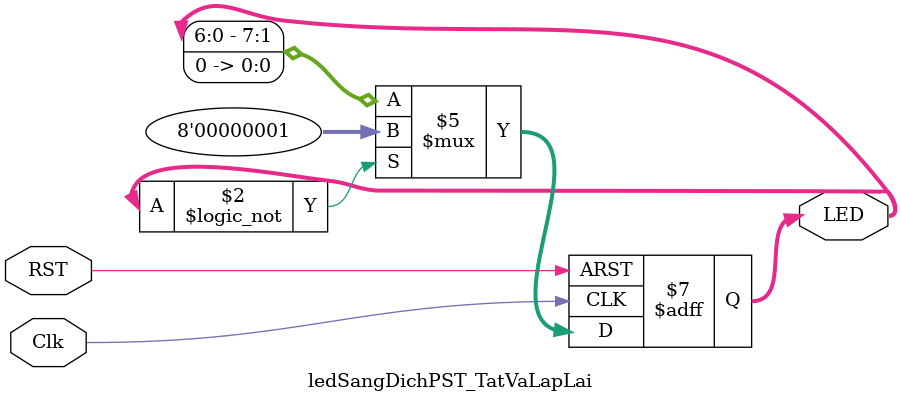
<source format=v>

`timescale 1ns/1ps

module ledSangDichPST_TatVaLapLai  (
    input Clk, RST,
    output reg [7:0]LED
);

    always @ (posedge Clk or posedge RST) begin
        if (RST) 
            LED = 8'b0000_0001;
        else begin 
            if (LED == 8'b0000_0000)
                LED = 8'b0000_0001;
            else
                LED = LED << 1;
        end
    end

endmodule

</source>
